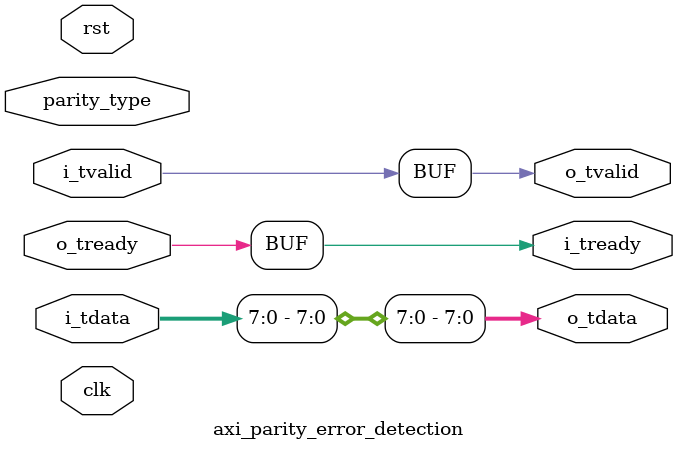
<source format=v>

module axi_parity_error_detection (
   input clk, input rst, input parity_type,
   input [8:0] i_tdata, input i_tvalid, output i_tready,
   output [8:0] o_tdata, output o_tvalid, input o_tready
);

   wire [3:0] bitsum   = i_tdata[7] + i_tdata[6] + i_tdata[5] + i_tdata[4] + i_tdata[3] + i_tdata[2] + i_tdata[1] + i_tdata[0];
   assign o_tdata[7:0] = i_tdata[7:0];
   //assign o_tdata[8]   = F(parity_type, i_tdata[8], bitsum[0]);
   assign o_tvalid     = i_tvalid;
   assign i_tready     = o_tready;

endmodule // axi_parity_error_detection

</source>
